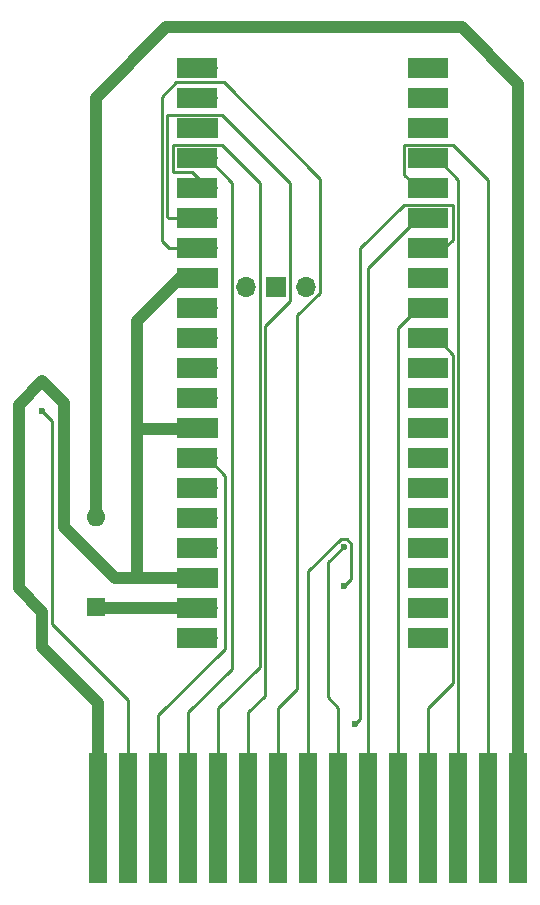
<source format=gbr>
%TF.GenerationSoftware,KiCad,Pcbnew,8.0.6*%
%TF.CreationDate,2025-03-18T08:59:08+02:00*%
%TF.ProjectId,SVI-328-PicoROM,5356492d-3332-4382-9d50-69636f524f4d,1.0*%
%TF.SameCoordinates,Original*%
%TF.FileFunction,Copper,L1,Top*%
%TF.FilePolarity,Positive*%
%FSLAX46Y46*%
G04 Gerber Fmt 4.6, Leading zero omitted, Abs format (unit mm)*
G04 Created by KiCad (PCBNEW 8.0.6) date 2025-03-18 08:59:08*
%MOMM*%
%LPD*%
G01*
G04 APERTURE LIST*
%TA.AperFunction,ConnectorPad*%
%ADD10R,1.500000X11.000000*%
%TD*%
%TA.AperFunction,ComponentPad*%
%ADD11O,1.700000X1.700000*%
%TD*%
%TA.AperFunction,SMDPad,CuDef*%
%ADD12R,3.500000X1.700000*%
%TD*%
%TA.AperFunction,ComponentPad*%
%ADD13R,1.700000X1.700000*%
%TD*%
%TA.AperFunction,ComponentPad*%
%ADD14R,1.600000X1.600000*%
%TD*%
%TA.AperFunction,ComponentPad*%
%ADD15O,1.600000X1.600000*%
%TD*%
%TA.AperFunction,ViaPad*%
%ADD16C,0.600000*%
%TD*%
%TA.AperFunction,Conductor*%
%ADD17C,0.250000*%
%TD*%
%TA.AperFunction,Conductor*%
%ADD18C,1.000000*%
%TD*%
G04 APERTURE END LIST*
D10*
%TO.P,J1,2,Pin_2*%
%TO.N,VCC*%
X151808691Y-156000414D03*
%TO.P,J1,4,Pin_4*%
%TO.N,A12*%
X149268691Y-156000414D03*
%TO.P,J1,6,Pin_6*%
%TO.N,A13*%
X146728691Y-156000414D03*
%TO.P,J1,8,Pin_8*%
%TO.N,A8*%
X144188691Y-156000414D03*
%TO.P,J1,10,Pin_10*%
%TO.N,A9*%
X141648691Y-156000414D03*
%TO.P,J1,12,Pin_12*%
%TO.N,A11*%
X139108691Y-156000414D03*
%TO.P,J1,14,Pin_14*%
%TO.N,A2*%
X136568691Y-156000414D03*
%TO.P,J1,16,Pin_16*%
%TO.N,A1*%
X134028691Y-156000414D03*
%TO.P,J1,18,Pin_18*%
%TO.N,D7*%
X131488691Y-156000414D03*
%TO.P,J1,20,Pin_20*%
%TO.N,D6*%
X128948691Y-156000414D03*
%TO.P,J1,22,Pin_22*%
%TO.N,D5*%
X126408691Y-156000414D03*
%TO.P,J1,24,Pin_24*%
%TO.N,D4*%
X123868691Y-156000414D03*
%TO.P,J1,26,Pin_26*%
%TO.N,{slash}CCS4*%
X121328691Y-156000414D03*
%TO.P,J1,28,Pin_28*%
%TO.N,{slash}CCS2*%
X118788691Y-156000414D03*
%TO.P,J1,30,Pin_30*%
%TO.N,GND*%
X116248691Y-156000414D03*
%TD*%
D11*
%TO.P,U1,1,GPIO0*%
%TO.N,A0*%
X143280000Y-140760000D03*
D12*
X144180000Y-140760000D03*
D11*
%TO.P,U1,2,GPIO1*%
%TO.N,A1*%
X143280000Y-138220000D03*
D12*
X144180000Y-138220000D03*
D13*
%TO.P,U1,3,GND*%
%TO.N,GND*%
X143280000Y-135680000D03*
D12*
X144180000Y-135680000D03*
D11*
%TO.P,U1,4,GPIO2*%
%TO.N,A2*%
X143280000Y-133140000D03*
D12*
X144180000Y-133140000D03*
D11*
%TO.P,U1,5,GPIO3*%
%TO.N,A3*%
X143280000Y-130600000D03*
D12*
X144180000Y-130600000D03*
D11*
%TO.P,U1,6,GPIO4*%
%TO.N,A4*%
X143280000Y-128060000D03*
D12*
X144180000Y-128060000D03*
D11*
%TO.P,U1,7,GPIO5*%
%TO.N,A5*%
X143280000Y-125520000D03*
D12*
X144180000Y-125520000D03*
D13*
%TO.P,U1,8,GND*%
%TO.N,GND*%
X143280000Y-122980000D03*
D12*
X144180000Y-122980000D03*
D11*
%TO.P,U1,9,GPIO6*%
%TO.N,A6*%
X143280000Y-120440000D03*
D12*
X144180000Y-120440000D03*
D11*
%TO.P,U1,10,GPIO7*%
%TO.N,A7*%
X143280000Y-117900000D03*
D12*
X144180000Y-117900000D03*
D11*
%TO.P,U1,11,GPIO8*%
%TO.N,A8*%
X143280000Y-115360000D03*
D12*
X144180000Y-115360000D03*
D11*
%TO.P,U1,12,GPIO9*%
%TO.N,A9*%
X143280000Y-112820000D03*
D12*
X144180000Y-112820000D03*
D13*
%TO.P,U1,13,GND*%
%TO.N,GND*%
X143280000Y-110280000D03*
D12*
X144180000Y-110280000D03*
D11*
%TO.P,U1,14,GPIO10*%
%TO.N,A10*%
X143280000Y-107740000D03*
D12*
X144180000Y-107740000D03*
D11*
%TO.P,U1,15,GPIO11*%
%TO.N,A11*%
X143280000Y-105200000D03*
D12*
X144180000Y-105200000D03*
D11*
%TO.P,U1,16,GPIO12*%
%TO.N,A12*%
X143280000Y-102660000D03*
D12*
X144180000Y-102660000D03*
D11*
%TO.P,U1,17,GPIO13*%
%TO.N,A13*%
X143280000Y-100120000D03*
D12*
X144180000Y-100120000D03*
D13*
%TO.P,U1,18,GND*%
%TO.N,GND*%
X143280000Y-97580000D03*
D12*
X144180000Y-97580000D03*
D11*
%TO.P,U1,19,GPIO14*%
%TO.N,D0*%
X143280000Y-95040000D03*
D12*
X144180000Y-95040000D03*
D11*
%TO.P,U1,20,GPIO15*%
%TO.N,D1*%
X143280000Y-92500000D03*
D12*
X144180000Y-92500000D03*
D11*
%TO.P,U1,21,GPIO16*%
%TO.N,D2*%
X125500000Y-92500000D03*
D12*
X124600000Y-92500000D03*
D11*
%TO.P,U1,22,GPIO17*%
%TO.N,D3*%
X125500000Y-95040000D03*
D12*
X124600000Y-95040000D03*
D13*
%TO.P,U1,23,GND*%
%TO.N,GND*%
X125500000Y-97580000D03*
D12*
X124600000Y-97580000D03*
D11*
%TO.P,U1,24,GPIO18*%
%TO.N,D4*%
X125500000Y-100120000D03*
D12*
X124600000Y-100120000D03*
D11*
%TO.P,U1,25,GPIO19*%
%TO.N,D5*%
X125500000Y-102660000D03*
D12*
X124600000Y-102660000D03*
D11*
%TO.P,U1,26,GPIO20*%
%TO.N,D6*%
X125500000Y-105200000D03*
D12*
X124600000Y-105200000D03*
D11*
%TO.P,U1,27,GPIO21*%
%TO.N,D7*%
X125500000Y-107740000D03*
D12*
X124600000Y-107740000D03*
D13*
%TO.P,U1,28,GND*%
%TO.N,GND*%
X125500000Y-110280000D03*
D12*
X124600000Y-110280000D03*
D11*
%TO.P,U1,29,GPIO22*%
%TO.N,{slash}CCS1*%
X125500000Y-112820000D03*
D12*
X124600000Y-112820000D03*
D11*
%TO.P,U1,30,RUN*%
%TO.N,unconnected-(U1-RUN-Pad30)_1*%
X125500000Y-115360000D03*
D12*
%TO.N,unconnected-(U1-RUN-Pad30)*%
X124600000Y-115360000D03*
D11*
%TO.P,U1,31,GPIO26_ADC0*%
%TO.N,{slash}CCS2*%
X125500000Y-117900000D03*
D12*
X124600000Y-117900000D03*
D11*
%TO.P,U1,32,GPIO27_ADC1*%
%TO.N,{slash}CCS3*%
X125500000Y-120440000D03*
D12*
X124600000Y-120440000D03*
D13*
%TO.P,U1,33,AGND*%
%TO.N,GND*%
X125500000Y-122980000D03*
D12*
X124600000Y-122980000D03*
D11*
%TO.P,U1,34,GPIO28_ADC2*%
%TO.N,{slash}CCS4*%
X125500000Y-125520000D03*
D12*
X124600000Y-125520000D03*
D11*
%TO.P,U1,35,ADC_VREF*%
%TO.N,unconnected-(U1-ADC_VREF-Pad35)*%
X125500000Y-128060000D03*
D12*
%TO.N,unconnected-(U1-ADC_VREF-Pad35)_1*%
X124600000Y-128060000D03*
D11*
%TO.P,U1,36,3V3*%
%TO.N,unconnected-(U1-3V3-Pad36)*%
X125500000Y-130600000D03*
D12*
%TO.N,unconnected-(U1-3V3-Pad36)_1*%
X124600000Y-130600000D03*
D11*
%TO.P,U1,37,3V3_EN*%
%TO.N,unconnected-(U1-3V3_EN-Pad37)*%
X125500000Y-133140000D03*
D12*
%TO.N,unconnected-(U1-3V3_EN-Pad37)_1*%
X124600000Y-133140000D03*
D13*
%TO.P,U1,38,GND*%
%TO.N,GND*%
X125500000Y-135680000D03*
D12*
X124600000Y-135680000D03*
D11*
%TO.P,U1,39,VSYS*%
%TO.N,Net-(D1-K)*%
X125500000Y-138220000D03*
D12*
X124600000Y-138220000D03*
D11*
%TO.P,U1,40,VBUS*%
%TO.N,unconnected-(U1-VBUS-Pad40)_1*%
X125500000Y-140760000D03*
D12*
%TO.N,unconnected-(U1-VBUS-Pad40)*%
X124600000Y-140760000D03*
D11*
%TO.P,U1,41,SWCLK*%
%TO.N,unconnected-(U1-SWCLK-Pad41)*%
X133805900Y-111030000D03*
D13*
%TO.P,U1,42,GND*%
%TO.N,unconnected-(U1-GND-Pad42)*%
X131265900Y-111030000D03*
D11*
%TO.P,U1,43,SWDIO*%
%TO.N,unconnected-(U1-SWDIO-Pad43)*%
X128725900Y-111030000D03*
%TD*%
D14*
%TO.P,D1,1,K*%
%TO.N,Net-(D1-K)*%
X116000000Y-138120000D03*
D15*
%TO.P,D1,2,A*%
%TO.N,VCC*%
X116000000Y-130500000D03*
%TD*%
D16*
%TO.N,VCC*%
X151808691Y-149500000D03*
%TO.N,A10*%
X138000000Y-148000000D03*
%TO.N,A1*%
X137030608Y-136318004D03*
%TO.N,{slash}CCS2*%
X111500000Y-121500000D03*
%TO.N,A2*%
X137000000Y-133000000D03*
%TD*%
D17*
%TO.N,A1*%
X134028691Y-135087425D02*
X134028691Y-156000414D01*
X137030608Y-136318004D02*
X137625000Y-135723612D01*
X137625000Y-135723612D02*
X137625000Y-132741116D01*
X136741116Y-132375000D02*
X134028691Y-135087425D01*
X137625000Y-132741116D02*
X137258884Y-132375000D01*
X137258884Y-132375000D02*
X136741116Y-132375000D01*
D18*
%TO.N,GND*%
X125500000Y-110280000D02*
X123140000Y-110280000D01*
X123140000Y-110280000D02*
X119500000Y-113920000D01*
X119500000Y-113920000D02*
X119500000Y-123000000D01*
X119500000Y-135680000D02*
X125500000Y-135680000D01*
X125500000Y-122980000D02*
X123140000Y-122980000D01*
X119500000Y-123000000D02*
X119500000Y-135680000D01*
X117680000Y-135680000D02*
X119500000Y-135680000D01*
X123140000Y-122980000D02*
X123120000Y-123000000D01*
X123120000Y-123000000D02*
X119500000Y-123000000D01*
%TO.N,VCC*%
X116000000Y-130500000D02*
X116000000Y-95000000D01*
X116000000Y-95000000D02*
X122000000Y-89000000D01*
%TO.N,Net-(D1-K)*%
X125500000Y-138220000D02*
X116100000Y-138220000D01*
X116100000Y-138220000D02*
X116000000Y-138120000D01*
D17*
%TO.N,{slash}CCS2*%
X118788691Y-146635133D02*
X118788691Y-146000000D01*
X112305212Y-139516521D02*
X118788691Y-146000000D01*
X112305212Y-122305212D02*
X112305212Y-139516521D01*
X111500000Y-121500000D02*
X112305212Y-122305212D01*
D18*
%TO.N,GND*%
X109500000Y-136500000D02*
X109500000Y-121000000D01*
X113344648Y-120844648D02*
X113344648Y-131344648D01*
X113344648Y-131344648D02*
X117680000Y-135680000D01*
X109500000Y-121000000D02*
X111500000Y-119000000D01*
X111480212Y-141480212D02*
X111480212Y-138480212D01*
X116248691Y-146248691D02*
X111480212Y-141480212D01*
X111480212Y-138480212D02*
X109500000Y-136500000D01*
X111500000Y-119000000D02*
X113344648Y-120844648D01*
%TO.N,VCC*%
X151808691Y-149500000D02*
X151808691Y-93808691D01*
D17*
%TO.N,{slash}CCS4*%
X125500000Y-125520000D02*
X127000000Y-127020000D01*
X127000000Y-127020000D02*
X127000000Y-141610000D01*
X127000000Y-141610000D02*
X121328691Y-147281309D01*
X121328691Y-147281309D02*
X121328691Y-156000414D01*
%TO.N,D7*%
X131488691Y-146635133D02*
X133090000Y-145033824D01*
X133090000Y-145033824D02*
X133090000Y-113410000D01*
X135000000Y-101825000D02*
X126850000Y-93675000D01*
X122240000Y-107740000D02*
X125500000Y-107740000D01*
X133090000Y-113410000D02*
X135000000Y-111500000D01*
X135000000Y-111500000D02*
X135000000Y-101825000D01*
X126850000Y-93675000D02*
X122825000Y-93675000D01*
X122825000Y-93675000D02*
X121625000Y-94875000D01*
X121625000Y-94875000D02*
X121625000Y-107125000D01*
X121625000Y-107125000D02*
X122240000Y-107740000D01*
%TO.N,D6*%
X128948691Y-156000414D02*
X128948691Y-147000000D01*
X128948691Y-147000000D02*
X130350900Y-145597791D01*
X130350900Y-145597791D02*
X130350900Y-114295000D01*
X130350900Y-114295000D02*
X132440900Y-112205000D01*
X132440900Y-112205000D02*
X132440900Y-102170900D01*
X132440900Y-102170900D02*
X126675000Y-96405000D01*
X126675000Y-96405000D02*
X122095000Y-96405000D01*
X122200000Y-105200000D02*
X125500000Y-105200000D01*
X122095000Y-96405000D02*
X122075000Y-96425000D01*
X122075000Y-96425000D02*
X122075000Y-105075000D01*
X122075000Y-105075000D02*
X122200000Y-105200000D01*
%TO.N,A10*%
X138000000Y-148000000D02*
X138390000Y-147610000D01*
X138390000Y-147610000D02*
X138390000Y-107740000D01*
X138390000Y-107740000D02*
X142105000Y-104025000D01*
X142105000Y-104025000D02*
X146255000Y-104025000D01*
X146255000Y-104025000D02*
X146278691Y-104048691D01*
X146278691Y-104048691D02*
X146278691Y-107000000D01*
X145538691Y-107740000D02*
X143280000Y-107740000D01*
X146278691Y-107000000D02*
X145538691Y-107740000D01*
D18*
%TO.N,Net-(D1-K)*%
X125460479Y-138180479D02*
X125500000Y-138220000D01*
%TO.N,VCC*%
X151808691Y-156000414D02*
X151808691Y-149500000D01*
X147000000Y-89000000D02*
X122000000Y-89000000D01*
X151808691Y-93808691D02*
X147000000Y-89000000D01*
D17*
%TO.N,A2*%
X135690000Y-145756442D02*
X135690000Y-134310000D01*
X135690000Y-134310000D02*
X137000000Y-133000000D01*
X136568691Y-146635133D02*
X135690000Y-145756442D01*
%TO.N,D5*%
X125500000Y-102660000D02*
X124135000Y-101295000D01*
X129900900Y-143142924D02*
X126408691Y-146635133D01*
X124135000Y-101295000D02*
X122525000Y-101295000D01*
X122525000Y-101295000D02*
X122525000Y-98945000D01*
X122525000Y-98945000D02*
X126675000Y-98945000D01*
X126675000Y-98945000D02*
X129900900Y-102170900D01*
X129900900Y-102170900D02*
X129900900Y-143142924D01*
X126408691Y-146635133D02*
X126408691Y-156000414D01*
%TO.N,D4*%
X127550900Y-102170900D02*
X125500000Y-100120000D01*
X123868691Y-156000414D02*
X123868691Y-147000000D01*
X123868691Y-147000000D02*
X127550900Y-143317791D01*
X127550900Y-143317791D02*
X127550900Y-102170900D01*
%TO.N,A11*%
X139108691Y-156000414D02*
X139108691Y-109371309D01*
X139108691Y-109371309D02*
X143280000Y-105200000D01*
%TO.N,A12*%
X149268691Y-156000414D02*
X149268691Y-101958691D01*
X149268691Y-101958691D02*
X146255000Y-98945000D01*
X146255000Y-98945000D02*
X142105000Y-98945000D01*
X142105000Y-98945000D02*
X142105000Y-101485000D01*
X142105000Y-101485000D02*
X143280000Y-102660000D01*
%TO.N,A13*%
X146728691Y-156000414D02*
X146728691Y-101958691D01*
X146728691Y-101958691D02*
X144890000Y-100120000D01*
X144890000Y-100120000D02*
X143280000Y-100120000D01*
%TO.N,A8*%
X144188691Y-146635133D02*
X146255000Y-144568824D01*
X146255000Y-144568824D02*
X146255000Y-116725000D01*
X144890000Y-115360000D02*
X143280000Y-115360000D01*
X146255000Y-116725000D02*
X144890000Y-115360000D01*
%TO.N,A9*%
X141648691Y-156000414D02*
X141648691Y-114451309D01*
X141648691Y-114451309D02*
X143280000Y-112820000D01*
%TO.N,A12*%
X144890000Y-102660000D02*
X143280000Y-102660000D01*
D18*
%TO.N,GND*%
X116248691Y-146248691D02*
X116248691Y-156000414D01*
D17*
%TO.N,A8*%
X144188691Y-156000414D02*
X144188691Y-146635133D01*
%TO.N,A2*%
X136568691Y-156000414D02*
X136568691Y-146635133D01*
%TO.N,{slash}CCS2*%
X118788691Y-156000414D02*
X118788691Y-146635133D01*
%TO.N,D7*%
X131488691Y-156000414D02*
X131488691Y-146635133D01*
%TD*%
M02*

</source>
